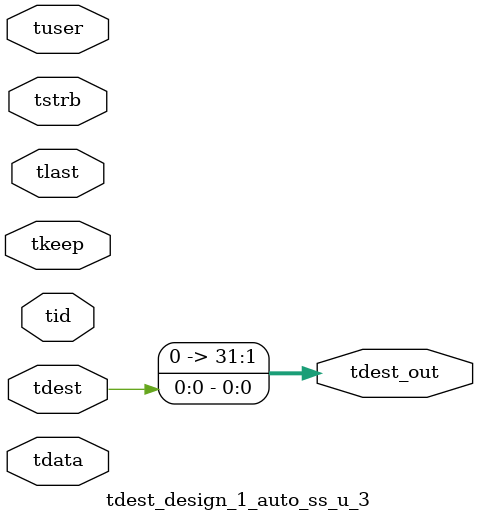
<source format=v>


`timescale 1ps/1ps

module tdest_design_1_auto_ss_u_3 #
(
parameter C_S_AXIS_TDATA_WIDTH = 32,
parameter C_S_AXIS_TUSER_WIDTH = 0,
parameter C_S_AXIS_TID_WIDTH   = 0,
parameter C_S_AXIS_TDEST_WIDTH = 0,
parameter C_M_AXIS_TDEST_WIDTH = 32
)
(
input  [(C_S_AXIS_TDATA_WIDTH == 0 ? 1 : C_S_AXIS_TDATA_WIDTH)-1:0     ] tdata,
input  [(C_S_AXIS_TUSER_WIDTH == 0 ? 1 : C_S_AXIS_TUSER_WIDTH)-1:0     ] tuser,
input  [(C_S_AXIS_TID_WIDTH   == 0 ? 1 : C_S_AXIS_TID_WIDTH)-1:0       ] tid,
input  [(C_S_AXIS_TDEST_WIDTH == 0 ? 1 : C_S_AXIS_TDEST_WIDTH)-1:0     ] tdest,
input  [(C_S_AXIS_TDATA_WIDTH/8)-1:0 ] tkeep,
input  [(C_S_AXIS_TDATA_WIDTH/8)-1:0 ] tstrb,
input                                                                    tlast,
output [C_M_AXIS_TDEST_WIDTH-1:0] tdest_out
);

assign tdest_out = {tdest[0:0]};

endmodule


</source>
